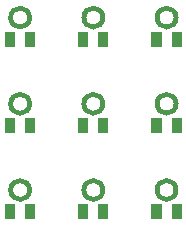
<source format=gts>
G04 #@! TF.GenerationSoftware,KiCad,Pcbnew,5.0.2-bee76a0~70~ubuntu18.04.1*
G04 #@! TF.CreationDate,2018-12-08T03:46:04+01:00*
G04 #@! TF.ProjectId,simic2matrix_panel_3x3,73696d69-6332-46d6-9174-7269785f7061,rev?*
G04 #@! TF.SameCoordinates,Original*
G04 #@! TF.FileFunction,Soldermask,Top*
G04 #@! TF.FilePolarity,Negative*
%FSLAX46Y46*%
G04 Gerber Fmt 4.6, Leading zero omitted, Abs format (unit mm)*
G04 Created by KiCad (PCBNEW 5.0.2-bee76a0~70~ubuntu18.04.1) date Sat 08 Dec 2018 03:46:04 CET*
%MOMM*%
%LPD*%
G01*
G04 APERTURE LIST*
%ADD10C,0.450000*%
%ADD11C,0.100000*%
G04 APERTURE END LIST*
D10*
G04 #@! TO.C,U2*
X125305000Y-121820000D02*
G75*
G03X125305000Y-121820000I-805000J0D01*
G01*
X119105000Y-121820000D02*
G75*
G03X119105000Y-121820000I-805000J0D01*
G01*
X112905000Y-121820000D02*
G75*
G03X112905000Y-121820000I-805000J0D01*
G01*
X125305000Y-114520000D02*
G75*
G03X125305000Y-114520000I-805000J0D01*
G01*
X119105000Y-114520000D02*
G75*
G03X119105000Y-114520000I-805000J0D01*
G01*
X112905000Y-114520000D02*
G75*
G03X112905000Y-114520000I-805000J0D01*
G01*
X125305000Y-107220000D02*
G75*
G03X125305000Y-107220000I-805000J0D01*
G01*
X119105000Y-107220000D02*
G75*
G03X119105000Y-107220000I-805000J0D01*
G01*
X112905000Y-107220000D02*
G75*
G03X112905000Y-107220000I-805000J0D01*
G01*
D11*
G36*
X125775800Y-124275800D02*
X124924200Y-124275800D01*
X124924200Y-123024200D01*
X125775800Y-123024200D01*
X125775800Y-124275800D01*
X125775800Y-124275800D01*
G37*
G36*
X117875800Y-124275800D02*
X117024200Y-124275800D01*
X117024200Y-123024200D01*
X117875800Y-123024200D01*
X117875800Y-124275800D01*
X117875800Y-124275800D01*
G37*
G36*
X119575800Y-124275800D02*
X118724200Y-124275800D01*
X118724200Y-123024200D01*
X119575800Y-123024200D01*
X119575800Y-124275800D01*
X119575800Y-124275800D01*
G37*
G36*
X113375800Y-124275800D02*
X112524200Y-124275800D01*
X112524200Y-123024200D01*
X113375800Y-123024200D01*
X113375800Y-124275800D01*
X113375800Y-124275800D01*
G37*
G36*
X111675800Y-124275800D02*
X110824200Y-124275800D01*
X110824200Y-123024200D01*
X111675800Y-123024200D01*
X111675800Y-124275800D01*
X111675800Y-124275800D01*
G37*
G36*
X124075800Y-124275800D02*
X123224200Y-124275800D01*
X123224200Y-123024200D01*
X124075800Y-123024200D01*
X124075800Y-124275800D01*
X124075800Y-124275800D01*
G37*
G36*
X119575800Y-116975800D02*
X118724200Y-116975800D01*
X118724200Y-115724200D01*
X119575800Y-115724200D01*
X119575800Y-116975800D01*
X119575800Y-116975800D01*
G37*
G36*
X125775800Y-116975800D02*
X124924200Y-116975800D01*
X124924200Y-115724200D01*
X125775800Y-115724200D01*
X125775800Y-116975800D01*
X125775800Y-116975800D01*
G37*
G36*
X124075800Y-116975800D02*
X123224200Y-116975800D01*
X123224200Y-115724200D01*
X124075800Y-115724200D01*
X124075800Y-116975800D01*
X124075800Y-116975800D01*
G37*
G36*
X117875800Y-116975800D02*
X117024200Y-116975800D01*
X117024200Y-115724200D01*
X117875800Y-115724200D01*
X117875800Y-116975800D01*
X117875800Y-116975800D01*
G37*
G36*
X111675800Y-116975800D02*
X110824200Y-116975800D01*
X110824200Y-115724200D01*
X111675800Y-115724200D01*
X111675800Y-116975800D01*
X111675800Y-116975800D01*
G37*
G36*
X113375800Y-116975800D02*
X112524200Y-116975800D01*
X112524200Y-115724200D01*
X113375800Y-115724200D01*
X113375800Y-116975800D01*
X113375800Y-116975800D01*
G37*
G36*
X125775800Y-109675800D02*
X124924200Y-109675800D01*
X124924200Y-108424200D01*
X125775800Y-108424200D01*
X125775800Y-109675800D01*
X125775800Y-109675800D01*
G37*
G36*
X117875800Y-109675800D02*
X117024200Y-109675800D01*
X117024200Y-108424200D01*
X117875800Y-108424200D01*
X117875800Y-109675800D01*
X117875800Y-109675800D01*
G37*
G36*
X119575800Y-109675800D02*
X118724200Y-109675800D01*
X118724200Y-108424200D01*
X119575800Y-108424200D01*
X119575800Y-109675800D01*
X119575800Y-109675800D01*
G37*
G36*
X111675800Y-109675800D02*
X110824200Y-109675800D01*
X110824200Y-108424200D01*
X111675800Y-108424200D01*
X111675800Y-109675800D01*
X111675800Y-109675800D01*
G37*
G36*
X113375800Y-109675800D02*
X112524200Y-109675800D01*
X112524200Y-108424200D01*
X113375800Y-108424200D01*
X113375800Y-109675800D01*
X113375800Y-109675800D01*
G37*
G36*
X124075800Y-109675800D02*
X123224200Y-109675800D01*
X123224200Y-108424200D01*
X124075800Y-108424200D01*
X124075800Y-109675800D01*
X124075800Y-109675800D01*
G37*
M02*

</source>
